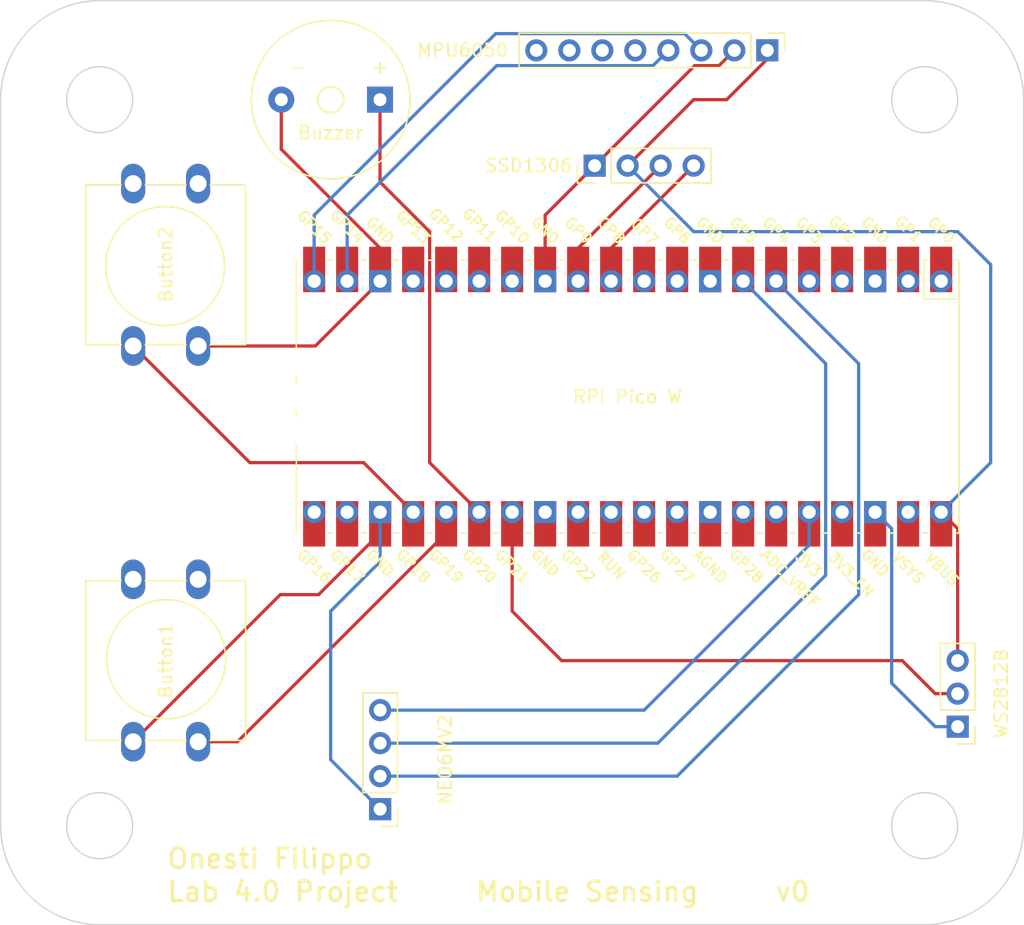
<source format=kicad_pcb>
(kicad_pcb (version 20211014) (generator pcbnew)
  (layers (0 "F.Cu" signal) (31 "B.Cu" signal) (34 "B.Paste" user) (35 "F.Paste" user) (36 "B.SilkS" user "B.Silkscreen") (37 "F.SilkS" user "F.Silkscreen") (38 "B.Mask" user) (39 "F.Mask" user) (44 "Edge.Cuts" user))
  (net 0 "")
  (net 1 "GND")
  (net 2 "5V")
  (net 3 "SCL_DIS")
  (net 4 "SDA_DIS")
  (net 5 "TX")
  (net 6 "RX")
  (net 7 "3.3V")
  (net 8 "SCL_ACC")
  (net 9 "SDA_ACC")
  (net 10 "LED")
  (net 11 "BUT2")
  (net 12 "BUT1")
  (net 13 "BUZZ")
  (footprint "Buzzer_Beeper:Buzzer_12x9.5RM7.6" (layer "F.Cu") (at 100.32 55.88 180)
    (fp_text reference "J6" hide)
    (fp_text value "Buzzer" (at 3.8 -2.54) (layer "F.SilkS"))
    (fp_text user "+" (at 0 2.54) (layer "F.SilkS"))
    (fp_circle (center 3.8 0) (end 9.9 0) (layer "F.SilkS") (width 0.12) (fill none))
    (pad "1" thru_hole rect (at 0 0 180) (size 2 2) (drill 1) (layers *.Cu *.Mask) (net 13 "BUZZ"))
    (pad "2" thru_hole circle (at 7.6 0 180) (size 2 2) (drill 1) (layers *.Cu *.Mask) (net 1 "GND"))
  )
  (footprint "Button_Switch_THT:SW_PUSH-12mm" (layer "F.Cu") (at 86.32 62.34 -90)
    (fp_text reference "J5" hide)
    (fp_text value "Button2" (at 6.24 2.5 90) (layer "F.SilkS"))
    (fp_line (start 0.1 -3.65) (end 12.4 -3.65) (layer "F.SilkS") (width 0.12))
    (fp_line (start 0.1 4.07) (end 0.1 0.93) (layer "F.SilkS") (width 0.12))
    (fp_line (start 12.4 -3.65) (end 12.4 -0.93) (layer "F.SilkS") (width 0.12))
    (fp_line (start 12.4 8.65) (end 0.1 8.65) (layer "F.SilkS") (width 0.12))
    (fp_line (start 0.1 8.65) (end 0.1 5.93) (layer "F.SilkS") (width 0.12))
    (fp_line (start 12.4 0.93) (end 12.4 4.07) (layer "F.SilkS") (width 0.12))
    (fp_line (start 0.1 -0.93) (end 0.1 -3.65) (layer "F.SilkS") (width 0.12))
    (fp_line (start 12.4 5.93) (end 12.4 8.65) (layer "F.SilkS") (width 0.12))
    (fp_circle (center 6.35 2.54) (end 10.16 5.08) (layer "F.SilkS") (width 0.12) (fill none))
    (pad "1" thru_hole oval (at 12.5 0 270) (size 3.048 1.85) (drill 1.3) (layers *.Cu *.Mask) (net 1 "GND"))
    (pad "1" thru_hole oval (at 0 0 270) (size 3.048 1.85) (drill 1.3) (layers *.Cu *.Mask) (net 1 "GND"))
    (pad "2" thru_hole oval (at 0 5 270) (size 3.048 1.85) (drill 1.3) (layers *.Cu *.Mask) (net 12 "BUT1"))
    (pad "2" thru_hole oval (at 12.5 5 270) (size 3.048 1.85) (drill 1.3) (layers *.Cu *.Mask) (net 12 "BUT1"))
  )
  (footprint "MCU_RaspberryPi_and_Boards:RPi_Pico_SMD_TH" (layer "F.Cu") (at 119.38 78.74 -90)
    (fp_text reference "U0" hide)
    (fp_text value "RPI Pico W" (at 0 0 180) (layer "F.SilkS"))
    (fp_text user "GP8" (at -12.8 1.27 135) (layer "F.SilkS") (effects (font (size 0.8 0.8))))
    (fp_text user "GND" (at 12.8 6.35 135) (layer "F.SilkS") (effects (font (size 0.8 0.8))))
    (fp_text user "GP26" (at 13.054 -1.27 135) (layer "F.SilkS") (effects (font (size 0.8 0.8))))
    (fp_text user "GP10" (at -13.054 8.89 135) (layer "F.SilkS") (effects (font (size 0.8 0.8))))
    (fp_text user "GP20" (at 13.054 11.43 135) (layer "F.SilkS") (effects (font (size 0.8 0.8))))
    (fp_text user "GP12" (at -13.2 13.97 135) (layer "F.SilkS") (effects (font (size 0.8 0.8))))
    (fp_text user "GND" (at -12.8 -6.35 135) (layer "F.SilkS") (effects (font (size 0.8 0.8))))
    (fp_text user "GP2" (at -12.9 -16.51 135) (layer "F.SilkS") (effects (font (size 0.8 0.8))))
    (fp_text user "GND" (at -12.8 -19.05 135) (layer "F.SilkS") (effects (font (size 0.8 0.8))))
    (fp_text user "GP21" (at 13.054 8.9 135) (layer "F.SilkS") (effects (font (size 0.8 0.8))))
    (fp_text user "VSYS" (at 13.2 -21.59 135) (layer "F.SilkS") (effects (font (size 0.8 0.8))))
    (fp_text user "GP13" (at -13.054 16.51 135) (layer "F.SilkS") (effects (font (size 0.8 0.8))))
    (fp_text user "ADC_VREF" (at 14 -12.5 135) (layer "F.SilkS") (effects (font (size 0.8 0.8))))
    (fp_text user "GP22" (at 13.054 3.81 135) (layer "F.SilkS") (effects (font (size 0.8 0.8))))
    (fp_text user "GP6" (at -12.8 -3.81 135) (layer "F.SilkS") (effects (font (size 0.8 0.8))))
    (fp_text user "3V3" (at 12.9 -13.9 135) (layer "F.SilkS") (effects (font (size 0.8 0.8))))
    (fp_text user "3V3_EN" (at 13.7 -17.2 135) (layer "F.SilkS") (effects (font (size 0.8 0.8))))
    (fp_text user "GP18" (at 13.054 16.51 135) (layer "F.SilkS") (effects (font (size 0.8 0.8))))
    (fp_text user "GP14" (at -13.1 21.59 135) (layer "F.SilkS") (effects (font (size 0.8 0.8))))
    (fp_text user "GND" (at 12.8 19.05 135) (layer "F.SilkS") (effects (font (size 0.8 0.8))))
    (fp_text user "AGND" (at 13.054 -6.35 135) (layer "F.SilkS") (effects (font (size 0.8 0.8))))
    (fp_text user "GP0" (at -12.8 -24.13 135) (layer "F.SilkS") (effects (font (size 0.8 0.8))))
    (fp_text user "GND" (at -12.8 19.05 135) (layer "F.SilkS") (effects (font (size 0.8 0.8))))
    (fp_text user "GP1" (at -12.9 -21.6 135) (layer "F.SilkS") (effects (font (size 0.8 0.8))))
    (fp_text user "GP5" (at -12.8 -8.89 135) (layer "F.SilkS") (effects (font (size 0.8 0.8))))
    (fp_text user "GP28" (at 13.054 -9.144 135) (layer "F.SilkS") (effects (font (size 0.8 0.8))))
    (fp_text user "GP3" (at -12.8 -13.97 135) (layer "F.SilkS") (effects (font (size 0.8 0.8))))
    (fp_text user "GP4" (at -12.8 -11.43 135) (layer "F.SilkS") (effects (font (size 0.8 0.8))))
    (fp_text user "GND" (at 12.8 -19.05 135) (layer "F.SilkS") (effects (font (size 0.8 0.8))))
    (fp_text user "GP19" (at 13.054 13.97 135) (layer "F.SilkS") (effects (font (size 0.8 0.8))))
    (fp_text user "GND" (at -12.8 6.35 135) (layer "F.SilkS") (effects (font (size 0.8 0.8))))
    (fp_text user "GP9" (at -12.8 3.81 135) (layer "F.SilkS") (effects (font (size 0.8 0.8))))
    (fp_text user "GP16" (at 13.054 24.13 135) (layer "F.SilkS") (effects (font (size 0.8 0.8))))
    (fp_text user "GP7" (at -12.7 -1.3 135) (layer "F.SilkS") (effects (font (size 0.8 0.8))))
    (fp_text user "RUN" (at 13 1.27 135) (layer "F.SilkS") (effects (font (size 0.8 0.8))))
    (fp_text user "GP17" (at 13.054 21.59 135) (layer "F.SilkS") (effects (font (size 0.8 0.8))))
    (fp_text user "VBUS" (at 13.3 -24.2 135) (layer "F.SilkS") (effects (font (size 0.8 0.8))))
    (fp_text user "GP11" (at -13.2 11.43 135) (layer "F.SilkS") (effects (font (size 0.8 0.8))))
    (fp_text user "GP15" (at -13.054 24.13 135) (layer "F.SilkS") (effects (font (size 0.8 0.8))))
    (fp_text user "GP27" (at 13.054 -3.8 135) (layer "F.SilkS") (effects (font (size 0.8 0.8))))
    (fp_line (start -10.5 -23.1) (end -10.5 -22.7) (layer "F.SilkS") (width 0.12))
    (fp_line (start 10.5 2.3) (end 10.5 2.7) (layer "F.SilkS") (width 0.12))
    (fp_line (start -1.5 25.5) (end -1.1 25.5) (layer "F.SilkS") (width 0.12))
    (fp_line (start 10.5 25.5) (end 3.7 25.5) (layer "F.SilkS") (width 0.12))
    (fp_line (start -10.5 17.6) (end -10.5 18) (layer "F.SilkS") (width 0.12))
    (fp_line (start -10.5 -15.4) (end -10.5 -15) (layer "F.SilkS") (width 0.12))
    (fp_line (start -10.5 -25.5) (end -10.5 -25.2) (layer "F.SilkS") (width 0.12))
    (fp_line (start 10.5 -10.4) (end 10.5 -10) (layer "F.SilkS") (width 0.12))
    (fp_line (start -10.5 7.4) (end -10.5 7.8) (layer "F.SilkS") (width 0.12))
    (fp_line (start -10.5 20.1) (end -10.5 20.5) (layer "F.SilkS") (width 0.12))
    (fp_line (start 10.5 7.4) (end 10.5 7.8) (layer "F.SilkS") (width 0.12))
    (fp_line (start -10.5 -18) (end -10.5 -17.6) (layer "F.SilkS") (width 0.12))
    (fp_line (start -10.5 15.1) (end -10.5 15.5) (layer "F.SilkS") (width 0.12))
    (fp_line (start -10.5 -20.5) (end -10.5 -20.1) (layer "F.SilkS") (width 0.12))
    (fp_line (start -10.5 10) (end -10.5 10.4) (layer "F.SilkS") (width 0.12))
    (fp_line (start -10.5 -25.5) (end 10.5 -25.5) (layer "F.SilkS") (width 0.12))
    (fp_line (start 1.1 25.5) (end 1.5 25.5) (layer "F.SilkS") (width 0.12))
    (fp_line (start 10.5 -5.3) (end 10.5 -4.9) (layer "F.SilkS") (width 0.12))
    (fp_line (start -10.5 22.7) (end -10.5 23.1) (layer "F.SilkS") (width 0.12))
    (fp_line (start -10.5 2.3) (end -10.5 2.7) (layer "F.SilkS") (width 0.12))
    (fp_line (start 10.5 15.1) (end 10.5 15.5) (layer "F.SilkS") (width 0.12))
    (fp_line (start -10.5 4.9) (end -10.5 5.3) (layer "F.SilkS") (width 0.12))
    (fp_line (start -7.493 -22.833) (end -7.493 -25.5) (layer "F.SilkS") (width 0.12))
    (fp_line (start -10.5 -2.7) (end -10.5 -2.3) (layer "F.SilkS") (width 0.12))
    (fp_line (start 10.5 -2.7) (end 10.5 -2.3) (layer "F.SilkS") (width 0.12))
    (fp_line (start 10.5 -7.8) (end 10.5 -7.4) (layer "F.SilkS") (width 0.12))
    (fp_line (start 10.5 -23.1) (end 10.5 -22.7) (layer "F.SilkS") (width 0.12))
    (fp_line (start 10.5 12.5) (end 10.5 12.9) (layer "F.SilkS") (width 0.12))
    (fp_line (start -10.5 -12.9) (end -10.5 -12.5) (layer "F.SilkS") (width 0.12))
    (fp_line (start -3.7 25.5) (end -10.5 25.5) (layer "F.SilkS") (width 0.12))
    (fp_line (start -10.5 -5.3) (end -10.5 -4.9) (layer "F.SilkS") (width 0.12))
    (fp_line (start 10.5 20.1) (end 10.5 20.5) (layer "F.SilkS") (width 0.12))
    (fp_line (start 10.5 -20.5) (end 10.5 -20.1) (layer "F.SilkS") (width 0.12))
    (fp_line (start 10.5 4.9) (end 10.5 5.3) (layer "F.SilkS") (width 0.12))
    (fp_line (start 10.5 -15.4) (end 10.5 -15) (layer "F.SilkS") (width 0.12))
    (fp_line (start 10.5 10) (end 10.5 10.4) (layer "F.SilkS") (width 0.12))
    (fp_line (start 10.5 -12.9) (end 10.5 -12.5) (layer "F.SilkS") (width 0.12))
    (fp_line (start 10.5 -0.2) (end 10.5 0.2) (layer "F.SilkS") (width 0.12))
    (fp_line (start -10.5 -10.4) (end -10.5 -10) (layer "F.SilkS") (width 0.12))
    (fp_line (start -10.5 -0.2) (end -10.5 0.2) (layer "F.SilkS") (width 0.12))
    (fp_line (start 10.5 22.7) (end 10.5 23.1) (layer "F.SilkS") (width 0.12))
    (fp_line (start 10.5 -18) (end 10.5 -17.6) (layer "F.SilkS") (width 0.12))
    (fp_line (start -10.5 -22.833) (end -7.493 -22.833) (layer "F.SilkS") (width 0.12))
    (fp_line (start 10.5 -25.5) (end 10.5 -25.2) (layer "F.SilkS") (width 0.12))
    (fp_line (start 10.5 17.6) (end 10.5 18) (layer "F.SilkS") (width 0.12))
    (fp_line (start -10.5 12.5) (end -10.5 12.9) (layer "F.SilkS") (width 0.12))
    (fp_line (start -10.5 -7.8) (end -10.5 -7.4) (layer "F.SilkS") (width 0.12))
    (pad "1" thru_hole oval (at -8.89 -24.13 270) (size 1.7 1.7) (drill 1.02) (layers *.Cu *.Mask))
    (pad "1" smd rect (at -8.89 -24.13 270) (size 3.5 1.7) (drill (offset -0.9 0)) (layers "F.Cu" "F.Mask"))
    (pad "2" smd rect (at -8.89 -21.59 270) (size 3.5 1.7) (drill (offset -0.9 0)) (layers "F.Cu" "F.Mask"))
    (pad "2" thru_hole oval (at -8.89 -21.59 270) (size 1.7 1.7) (drill 1.02) (layers *.Cu *.Mask))
    (pad "3" thru_hole rect (at -8.89 -19.05 270) (size 1.7 1.7) (drill 1.02) (layers *.Cu *.Mask) (net 1 "GND"))
    (pad "3" smd rect (at -8.89 -19.05 270) (size 3.5 1.7) (drill (offset -0.9 0)) (layers "F.Cu" "F.Mask") (net 1 "GND"))
    (pad "4" smd rect (at -8.89 -16.51 270) (size 3.5 1.7) (drill (offset -0.9 0)) (layers "F.Cu" "F.Mask"))
    (pad "4" thru_hole oval (at -8.89 -16.51 270) (size 1.7 1.7) (drill 1.02) (layers *.Cu *.Mask))
    (pad "5" smd rect (at -8.89 -13.97 270) (size 3.5 1.7) (drill (offset -0.9 0)) (layers "F.Cu" "F.Mask"))
    (pad "5" thru_hole oval (at -8.89 -13.97 270) (size 1.7 1.7) (drill 1.02) (layers *.Cu *.Mask))
    (pad "6" smd rect (at -8.89 -11.43 270) (size 3.5 1.7) (drill (offset -0.9 0)) (layers "F.Cu" "F.Mask") (net 5 "TX"))
    (pad "6" thru_hole oval (at -8.89 -11.43 270) (size 1.7 1.7) (drill 1.02) (layers *.Cu *.Mask) (net 5 "TX"))
    (pad "7" thru_hole oval (at -8.89 -8.89 270) (size 1.7 1.7) (drill 1.02) (layers *.Cu *.Mask) (net 6 "RX"))
    (pad "7" smd rect (at -8.89 -8.89 270) (size 3.5 1.7) (drill (offset -0.9 0)) (layers "F.Cu" "F.Mask") (net 6 "RX"))
    (pad "8" thru_hole rect (at -8.89 -6.35 270) (size 1.7 1.7) (drill 1.02) (layers *.Cu *.Mask) (net 1 "GND"))
    (pad "8" smd rect (at -8.89 -6.35 270) (size 3.5 1.7) (drill (offset -0.9 0)) (layers "F.Cu" "F.Mask") (net 1 "GND"))
    (pad "9" thru_hole oval (at -8.89 -3.81 270) (size 1.7 1.7) (drill 1.02) (layers *.Cu *.Mask))
    (pad "9" smd rect (at -8.89 -3.81 270) (size 3.5 1.7) (drill (offset -0.9 0)) (layers "F.Cu" "F.Mask"))
    (pad "10" smd rect (at -8.89 -1.27 270) (size 3.5 1.7) (drill (offset -0.9 0)) (layers "F.Cu" "F.Mask"))
    (pad "10" thru_hole oval (at -8.89 -1.27 270) (size 1.7 1.7) (drill 1.02) (layers *.Cu *.Mask))
    (pad "11" smd rect (at -8.89 1.27 270) (size 3.5 1.7) (drill (offset -0.9 0)) (layers "F.Cu" "F.Mask") (net 4 "SDA_DIS"))
    (pad "11" thru_hole oval (at -8.89 1.27 270) (size 1.7 1.7) (drill 1.02) (layers *.Cu *.Mask) (net 4 "SDA_DIS"))
    (pad "12" thru_hole oval (at -8.89 3.81 270) (size 1.7 1.7) (drill 1.02) (layers *.Cu *.Mask) (net 3 "SCL_DIS"))
    (pad "12" smd rect (at -8.89 3.81 270) (size 3.5 1.7) (drill (offset -0.9 0)) (layers "F.Cu" "F.Mask") (net 3 "SCL_DIS"))
    (pad "13" thru_hole rect (at -8.89 6.35 270) (size 1.7 1.7) (drill 1.02) (layers *.Cu *.Mask) (net 1 "GND"))
    (pad "13" smd rect (at -8.89 6.35 270) (size 3.5 1.7) (drill (offset -0.9 0)) (layers "F.Cu" "F.Mask") (net 1 "GND"))
    (pad "14" thru_hole oval (at -8.89 8.89 270) (size 1.7 1.7) (drill 1.02) (layers *.Cu *.Mask))
    (pad "14" smd rect (at -8.89 8.89 270) (size 3.5 1.7) (drill (offset -0.9 0)) (layers "F.Cu" "F.Mask"))
    (pad "15" thru_hole oval (at -8.89 11.43 270) (size 1.7 1.7) (drill 1.02) (layers *.Cu *.Mask))
    (pad "15" smd rect (at -8.89 11.43 270) (size 3.5 1.7) (drill (offset -0.9 0)) (layers "F.Cu" "F.Mask"))
    (pad "16" smd rect (at -8.89 13.97 270) (size 3.5 1.7) (drill (offset -0.9 0)) (layers "F.Cu" "F.Mask"))
    (pad "16" thru_hole oval (at -8.89 13.97 270) (size 1.7 1.7) (drill 1.02) (layers *.Cu *.Mask))
    (pad "17" thru_hole oval (at -8.89 16.51 270) (size 1.7 1.7) (drill 1.02) (layers *.Cu *.Mask))
    (pad "17" smd rect (at -8.89 16.51 270) (size 3.5 1.7) (drill (offset -0.9 0)) (layers "F.Cu" "F.Mask"))
    (pad "18" smd rect (at -8.89 19.05 270) (size 3.5 1.7) (drill (offset -0.9 0)) (layers "F.Cu" "F.Mask") (net 1 "GND"))
    (pad "18" thru_hole rect (at -8.89 19.05 270) (size 1.7 1.7) (drill 1.02) (layers *.Cu *.Mask) (net 1 "GND"))
    (pad "19" smd rect (at -8.89 21.59 270) (size 3.5 1.7) (drill (offset -0.9 0)) (layers "F.Cu" "F.Mask") (net 9 "SDA_ACC"))
    (pad "19" thru_hole oval (at -8.89 21.59 270) (size 1.7 1.7) (drill 1.02) (layers *.Cu *.Mask) (net 9 "SDA_ACC"))
    (pad "20" smd rect (at -8.89 24.13 270) (size 3.5 1.7) (drill (offset -0.9 0)) (layers "F.Cu" "F.Mask") (net 8 "SCL_ACC"))
    (pad "20" thru_hole oval (at -8.89 24.13 270) (size 1.7 1.7) (drill 1.02) (layers *.Cu *.Mask) (net 8 "SCL_ACC"))
    (pad "21" smd rect (at 8.89 24.13 270) (size 3.5 1.7) (drill (offset 0.9 0)) (layers "F.Cu" "F.Mask"))
    (pad "21" thru_hole oval (at 8.89 24.13 270) (size 1.7 1.7) (drill 1.02) (layers *.Cu *.Mask))
    (pad "22" thru_hole oval (at 8.89 21.59 270) (size 1.7 1.7) (drill 1.02) (layers *.Cu *.Mask))
    (pad "22" smd rect (at 8.89 21.59 270) (size 3.5 1.7) (drill (offset 0.9 0)) (layers "F.Cu" "F.Mask"))
    (pad "23" smd rect (at 8.89 19.05 270) (size 3.5 1.7) (drill (offset 0.9 0)) (layers "F.Cu" "F.Mask") (net 1 "GND"))
    (pad "23" thru_hole rect (at 8.89 19.05 270) (size 1.7 1.7) (drill 1.02) (layers *.Cu *.Mask) (net 1 "GND"))
    (pad "24" thru_hole oval (at 8.89 16.51 270) (size 1.7 1.7) (drill 1.02) (layers *.Cu *.Mask) (net 12 "BUT1"))
    (pad "24" smd rect (at 8.89 16.51 270) (size 3.5 1.7) (drill (offset 0.9 0)) (layers "F.Cu" "F.Mask") (net 12 "BUT1"))
    (pad "25" smd rect (at 8.89 13.97 270) (size 3.5 1.7) (drill (offset 0.9 0)) (layers "F.Cu" "F.Mask") (net 11 "BUT2"))
    (pad "25" thru_hole oval (at 8.89 13.97 270) (size 1.7 1.7) (drill 1.02) (layers *.Cu *.Mask) (net 11 "BUT2"))
    (pad "26" thru_hole oval (at 8.89 11.43 270) (size 1.7 1.7) (drill 1.02) (layers *.Cu *.Mask) (net 13 "BUZZ"))
    (pad "26" smd rect (at 8.89 11.43 270) (size 3.5 1.7) (drill (offset 0.9 0)) (layers "F.Cu" "F.Mask") (net 13 "BUZZ"))
    (pad "27" smd rect (at 8.89 8.89 270) (size 3.5 1.7) (drill (offset 0.9 0)) (layers "F.Cu" "F.Mask") (net 10 "LED"))
    (pad "27" thru_hole oval (at 8.89 8.89 270) (size 1.7 1.7) (drill 1.02) (layers *.Cu *.Mask) (net 10 "LED"))
    (pad "28" smd rect (at 8.89 6.35 270) (size 3.5 1.7) (drill (offset 0.9 0)) (layers "F.Cu" "F.Mask") (net 1 "GND"))
    (pad "28" thru_hole rect (at 8.89 6.35 270) (size 1.7 1.7) (drill 1.02) (layers *.Cu *.Mask) (net 1 "GND"))
    (pad "29" thru_hole oval (at 8.89 3.81 270) (size 1.7 1.7) (drill 1.02) (layers *.Cu *.Mask))
    (pad "29" smd rect (at 8.89 3.81 270) (size 3.5 1.7) (drill (offset 0.9 0)) (layers "F.Cu" "F.Mask"))
    (pad "30" smd rect (at 8.89 1.27 270) (size 3.5 1.7) (drill (offset 0.9 0)) (layers "F.Cu" "F.Mask"))
    (pad "30" thru_hole oval (at 8.89 1.27 270) (size 1.7 1.7) (drill 1.02) (layers *.Cu *.Mask))
    (pad "31" thru_hole oval (at 8.89 -1.27 270) (size 1.7 1.7) (drill 1.02) (layers *.Cu *.Mask))
    (pad "31" smd rect (at 8.89 -1.27 270) (size 3.5 1.7) (drill (offset 0.9 0)) (layers "F.Cu" "F.Mask"))
    (pad "32" thru_hole oval (at 8.89 -3.81 270) (size 1.7 1.7) (drill 1.02) (layers *.Cu *.Mask))
    (pad "32" smd rect (at 8.89 -3.81 270) (size 3.5 1.7) (drill (offset 0.9 0)) (layers "F.Cu" "F.Mask"))
    (pad "33" smd rect (at 8.89 -6.35 270) (size 3.5 1.7) (drill (offset 0.9 0)) (layers "F.Cu" "F.Mask"))
    (pad "33" thru_hole rect (at 8.89 -6.35 270) (size 1.7 1.7) (drill 1.02) (layers *.Cu *.Mask))
    (pad "34" thru_hole oval (at 8.89 -8.89 270) (size 1.7 1.7) (drill 1.02) (layers *.Cu *.Mask))
    (pad "34" smd rect (at 8.89 -8.89 270) (size 3.5 1.7) (drill (offset 0.9 0)) (layers "F.Cu" "F.Mask"))
    (pad "35" thru_hole oval (at 8.89 -11.43 270) (size 1.7 1.7) (drill 1.02) (layers *.Cu *.Mask))
    (pad "35" smd rect (at 8.89 -11.43 270) (size 3.5 1.7) (drill (offset 0.9 0)) (layers "F.Cu" "F.Mask"))
    (pad "36" smd rect (at 8.89 -13.97 270) (size 3.5 1.7) (drill (offset 0.9 0)) (layers "F.Cu" "F.Mask") (net 7 "3.3V"))
    (pad "36" thru_hole oval (at 8.89 -13.97 270) (size 1.7 1.7) (drill 1.02) (layers *.Cu *.Mask) (net 7 "3.3V"))
    (pad "37" thru_hole oval (at 8.89 -16.51 270) (size 1.7 1.7) (drill 1.02) (layers *.Cu *.Mask))
    (pad "37" smd rect (at 8.89 -16.51 270) (size 3.5 1.7) (drill (offset 0.9 0)) (layers "F.Cu" "F.Mask"))
    (pad "38" thru_hole rect (at 8.89 -19.05 270) (size 1.7 1.7) (drill 1.02) (layers *.Cu *.Mask) (net 1 "GND"))
    (pad "38" smd rect (at 8.89 -19.05 270) (size 3.5 1.7) (drill (offset 0.9 0)) (layers "F.Cu" "F.Mask") (net 1 "GND"))
    (pad "39" smd rect (at 8.89 -21.59 270) (size 3.5 1.7) (drill (offset 0.9 0)) (layers "F.Cu" "F.Mask"))
    (pad "39" thru_hole oval (at 8.89 -21.59 270) (size 1.7 1.7) (drill 1.02) (layers *.Cu *.Mask))
    (pad "40" smd rect (at 8.89 -24.13 270) (size 3.5 1.7) (drill (offset 0.9 0)) (layers "F.Cu" "F.Mask") (net 2 "5V"))
    (pad "40" thru_hole oval (at 8.89 -24.13 270) (size 1.7 1.7) (drill 1.02) (layers *.Cu *.Mask) (net 2 "5V"))
  )
  (footprint "Button_Switch_THT:SW_PUSH-12mm" (layer "F.Cu") (at 81.32 105.3 90)
    (fp_text reference "J4" hide)
    (fp_text value "Button1" (at 6.24 2.5 90) (layer "F.SilkS"))
    (fp_line (start 12.4 5.93) (end 12.4 8.65) (layer "F.SilkS") (width 0.12))
    (fp_line (start 0.1 -0.93) (end 0.1 -3.65) (layer "F.SilkS") (width 0.12))
    (fp_line (start 0.1 4.07) (end 0.1 0.93) (layer "F.SilkS") (width 0.12))
    (fp_line (start 0.1 8.65) (end 0.1 5.93) (layer "F.SilkS") (width 0.12))
    (fp_line (start 12.4 0.93) (end 12.4 4.07) (layer "F.SilkS") (width 0.12))
    (fp_line (start 0.1 -3.65) (end 12.4 -3.65) (layer "F.SilkS") (width 0.12))
    (fp_line (start 12.4 8.65) (end 0.1 8.65) (layer "F.SilkS") (width 0.12))
    (fp_line (start 12.4 -3.65) (end 12.4 -0.93) (layer "F.SilkS") (width 0.12))
    (fp_circle (center 6.35 2.54) (end 10.16 5.08) (layer "F.SilkS") (width 0.12) (fill none))
    (pad "1" thru_hole oval (at 12.5 0 90) (size 3.048 1.85) (drill 1.3) (layers *.Cu *.Mask) (net 1 "GND"))
    (pad "1" thru_hole oval (at 0 0 90) (size 3.048 1.85) (drill 1.3) (layers *.Cu *.Mask) (net 1 "GND"))
    (pad "2" thru_hole oval (at 0 5 90) (size 3.048 1.85) (drill 1.3) (layers *.Cu *.Mask) (net 11 "BUT2"))
    (pad "2" thru_hole oval (at 12.5 5 90) (size 3.048 1.85) (drill 1.3) (layers *.Cu *.Mask) (net 11 "BUT2"))
  )
  (footprint "Connector_PinHeader_2.54mm:PinHeader_1x03_P2.54mm_Vertical" (layer "F.Cu") (at 144.78 104.14 180)
    (fp_text reference "J3" hide)
    (fp_text value "WS2812B" (at -3.355 2.54 90) (layer "F.SilkS"))
    (fp_line (start 1.33 1.27) (end 1.33 6.41) (layer "F.SilkS") (width 0.12))
    (fp_line (start -1.33 1.27) (end 1.33 1.27) (layer "F.SilkS") (width 0.12))
    (fp_line (start -1.33 0) (end -1.33 -1.33) (layer "F.SilkS") (width 0.12))
    (fp_line (start -1.33 6.41) (end 1.33 6.41) (layer "F.SilkS") (width 0.12))
    (fp_line (start -1.33 -1.33) (end 0 -1.33) (layer "F.SilkS") (width 0.12))
    (fp_line (start -1.33 1.27) (end -1.33 6.41) (layer "F.SilkS") (width 0.12))
    (pad "1" thru_hole rect (at 0 0 180) (size 1.7 1.7) (drill 1) (layers *.Cu *.Mask) (net 1 "GND"))
    (pad "2" thru_hole oval (at 0 2.54 180) (size 1.7 1.7) (drill 1) (layers *.Cu *.Mask) (net 10 "LED"))
    (pad "3" thru_hole oval (at 0 5.08 180) (size 1.7 1.7) (drill 1) (layers *.Cu *.Mask) (net 2 "5V"))
  )
  (footprint "Connector_PinHeader_2.54mm:PinHeader_1x04_P2.54mm_Vertical" (layer "F.Cu") (at 116.84 60.96 90)
    (fp_text reference "J0" hide)
    (fp_text value "SSD1306" (at 0 -5.08) (layer "F.SilkS"))
    (fp_line (start 1.33 1.27) (end 1.33 8.95) (layer "F.SilkS") (width 0.12))
    (fp_line (start -1.33 -1.33) (end 0 -1.33) (layer "F.SilkS") (width 0.12))
    (fp_line (start -1.33 1.27) (end 1.33 1.27) (layer "F.SilkS") (width 0.12))
    (fp_line (start -1.33 8.95) (end 1.33 8.95) (layer "F.SilkS") (width 0.12))
    (fp_line (start -1.33 1.27) (end -1.33 8.95) (layer "F.SilkS") (width 0.12))
    (fp_line (start -1.33 0) (end -1.33 -1.33) (layer "F.SilkS") (width 0.12))
    (pad "1" thru_hole rect (at 0 0 90) (size 1.7 1.7) (drill 1) (layers *.Cu *.Mask) (net 1 "GND"))
    (pad "2" thru_hole oval (at 0 2.54 90) (size 1.7 1.7) (drill 1) (layers *.Cu *.Mask) (net 2 "5V"))
    (pad "3" thru_hole oval (at 0 5.08 90) (size 1.7 1.7) (drill 1) (layers *.Cu *.Mask) (net 3 "SCL_DIS"))
    (pad "4" thru_hole oval (at 0 7.62 90) (size 1.7 1.7) (drill 1) (layers *.Cu *.Mask) (net 4 "SDA_DIS"))
  )
  (footprint "Connector_PinHeader_2.54mm:PinHeader_1x08_P2.54mm_Vertical" (layer "F.Cu") (at 130.13 52.0875 -90)
    (fp_text reference "J2" hide)
    (fp_text value "MPU6050" (at 0 23.45 180) (layer "F.SilkS"))
    (fp_line (start -1.33 1.27) (end 1.33 1.27) (layer "F.SilkS") (width 0.12))
    (fp_line (start -1.33 1.27) (end -1.33 19.11) (layer "F.SilkS") (width 0.12))
    (fp_line (start -1.33 19.11) (end 1.33 19.11) (layer "F.SilkS") (width 0.12))
    (fp_line (start 1.33 1.27) (end 1.33 19.11) (layer "F.SilkS") (width 0.12))
    (fp_line (start -1.33 -1.33) (end 0 -1.33) (layer "F.SilkS") (width 0.12))
    (fp_line (start -1.33 0) (end -1.33 -1.33) (layer "F.SilkS") (width 0.12))
    (pad "1" thru_hole rect (at 0 0 270) (size 1.7 1.7) (drill 1) (layers *.Cu *.Mask) (net 2 "5V"))
    (pad "2" thru_hole oval (at 0 2.54 270) (size 1.7 1.7) (drill 1) (layers *.Cu *.Mask) (net 1 "GND"))
    (pad "3" thru_hole oval (at 0 5.08 270) (size 1.7 1.7) (drill 1) (layers *.Cu *.Mask) (net 8 "SCL_ACC"))
    (pad "4" thru_hole oval (at 0 7.62 270) (size 1.7 1.7) (drill 1) (layers *.Cu *.Mask) (net 9 "SDA_ACC"))
    (pad "5" thru_hole oval (at 0 10.16 270) (size 1.7 1.7) (drill 1) (layers *.Cu *.Mask))
    (pad "6" thru_hole oval (at 0 12.7 270) (size 1.7 1.7) (drill 1) (layers *.Cu *.Mask))
    (pad "7" thru_hole oval (at 0 15.24 270) (size 1.7 1.7) (drill 1) (layers *.Cu *.Mask))
    (pad "8" thru_hole oval (at 0 17.78 270) (size 1.7 1.7) (drill 1) (layers *.Cu *.Mask))
  )
  (footprint "Connector_PinHeader_2.54mm:PinHeader_1x04_P2.54mm_Vertical" (layer "F.Cu") (at 100.33 110.49 180)
    (fp_text reference "J1" hide)
    (fp_text value "NEO6MV2" (at -5.01 3.8 90) (layer "F.SilkS"))
    (fp_line (start -1.33 -1.33) (end 0 -1.33) (layer "F.SilkS") (width 0.12))
    (fp_line (start -1.33 8.95) (end 1.33 8.95) (layer "F.SilkS") (width 0.12))
    (fp_line (start -1.33 1.27) (end 1.33 1.27) (layer "F.SilkS") (width 0.12))
    (fp_line (start -1.33 0) (end -1.33 -1.33) (layer "F.SilkS") (width 0.12))
    (fp_line (start -1.33 1.27) (end -1.33 8.95) (layer "F.SilkS") (width 0.12))
    (fp_line (start 1.33 1.27) (end 1.33 8.95) (layer "F.SilkS") (width 0.12))
    (pad "1" thru_hole rect (at 0 0 180) (size 1.7 1.7) (drill 1) (layers *.Cu *.Mask) (net 1 "GND"))
    (pad "2" thru_hole oval (at 0 2.54 180) (size 1.7 1.7) (drill 1) (layers *.Cu *.Mask) (net 5 "TX"))
    (pad "3" thru_hole oval (at 0 5.08 180) (size 1.7 1.7) (drill 1) (layers *.Cu *.Mask) (net 6 "RX"))
    (pad "4" thru_hole oval (at 0 7.62 180) (size 1.7 1.7) (drill 1) (layers *.Cu *.Mask) (net 7 "3.3V"))
  )
  (gr_circle (center 96.52 55.88) (end 95.52 55.88) (layer "F.SilkS") (width 0.15) (fill none))
  (gr_arc (start 142.24 48.26) (mid 147.628154 50.491846) (end 149.86 55.88) (layer "Edge.Cuts") (width 0.1))
  (gr_circle (center 78.74 111.76) (end 81.28 111.76) (layer "Edge.Cuts") (width 0.1) (fill none))
  (gr_line (start 78.74 48.26) (end 142.24 48.26) (layer "Edge.Cuts") (width 0.1))
  (gr_arc (start 78.74 119.38) (mid 73.351846 117.148154) (end 71.12 111.76) (layer "Edge.Cuts") (width 0.1))
  (gr_line (start 71.12 111.76) (end 71.12 55.88) (layer "Edge.Cuts") (width 0.1))
  (gr_circle (center 142.24 111.76) (end 144.78 111.76) (layer "Edge.Cuts") (width 0.1) (fill none))
  (gr_circle (center 142.24 55.88) (end 144.78 55.88) (layer "Edge.Cuts") (width 0.1) (fill none))
  (gr_line (start 142.24 119.38) (end 78.74 119.38) (layer "Edge.Cuts") (width 0.1))
  (gr_arc (start 149.86 111.76) (mid 147.628154 117.148154) (end 142.24 119.38) (layer "Edge.Cuts") (width 0.1))
  (gr_arc (start 71.12 55.88) (mid 73.351846 50.491846) (end 78.74 48.26) (layer "Edge.Cuts") (width 0.1))
  (gr_line (start 149.86 55.88) (end 149.86 111.76) (layer "Edge.Cuts") (width 0.1))
  (gr_circle (center 78.74 55.88) (end 81.28 55.88) (layer "Edge.Cuts") (width 0.1) (fill none))
  (gr_text "Mobile Sensing " (at 116.84 116.84) (layer "F.SilkS") (effects (font (size 1.5 1.5) (thickness 0.25))))
  (gr_text "Lab 4.0 Project" (at 83.82 116.84) (layer "F.SilkS") (effects (font (size 1.5 1.5) (thickness 0.25)) (justify left)))
  (gr_text "Onesti Filippo" (at 83.82 114.3) (layer "F.SilkS") (effects (font (size 1.5 1.5) (thickness 0.25)) (justify left)))
  (gr_text "v0" (at 132.08 116.84) (layer "F.SilkS") (effects (font (size 1.5 1.5) (thickness 0.25))))
  (gr_text "-" (at 93.98 53.34) (layer "F.SilkS") (effects (font (size 1 1))))
  (segment (start 116.84 60.96) (end 124.5375 53.2625) (width 0.25) (layer "F.Cu") (net 1))
  (segment (start 100.33 87.63) (end 100.33 89.24) (width 0.25) (layer "F.Cu") (net 1))
  (segment (start 92.72 59.7) (end 100.33 67.31) (width 0.25) (layer "F.Cu") (net 1))
  (segment (start 86.32 74.84) (end 95.34 74.84) (width 0.25) (layer "F.Cu") (net 1))
  (segment (start 116.84 60.96) (end 113.03 64.77) (width 0.25) (layer "F.Cu") (net 1))
  (segment (start 87.72 74.84) (end 86.32 74.84) (width 0.25) (layer "F.Cu") (net 1))
  (segment (start 95.34 74.84) (end 100.33 69.85) (width 0.25) (layer "F.Cu") (net 1))
  (segment (start 113.03 64.77) (end 113.03 69.85) (width 0.25) (layer "F.Cu") (net 1))
  (segment (start 92.64 93.98) (end 95.59 93.98) (width 0.25) (layer "F.Cu") (net 1))
  (segment (start 81.32 105.3) (end 92.64 93.98) (width 0.25) (layer "F.Cu") (net 1))
  (segment (start 92.72 55.88) (end 92.72 59.7) (width 0.25) (layer "F.Cu") (net 1))
  (segment (start 124.5375 53.2625) (end 126.415 53.2625) (width 0.25) (layer "F.Cu") (net 1))
  (segment (start 100.33 67.31) (end 100.33 69.85) (width 0.25) (layer "F.Cu") (net 1))
  (segment (start 126.415 53.2625) (end 127.59 52.0875) (width 0.25) (layer "F.Cu") (net 1))
  (segment (start 100.33 89.24) (end 95.59 93.98) (width 0.25) (layer "F.Cu") (net 1))
  (segment (start 96.52 106.68) (end 96.52 95.25) (width 0.25) (layer "B.Cu") (net 1))
  (segment (start 139.7 100.785) (end 139.7 88.9) (width 0.25) (layer "B.Cu") (net 1))
  (segment (start 100.33 91.44) (end 100.33 87.63) (width 0.25) (layer "B.Cu") (net 1))
  (segment (start 144.78 104.14) (end 143.055 104.14) (width 0.25) (layer "B.Cu") (net 1))
  (segment (start 143.055 104.14) (end 139.7 100.785) (width 0.25) (layer "B.Cu") (net 1))
  (segment (start 96.52 95.25) (end 100.33 91.44) (width 0.25) (layer "B.Cu") (net 1))
  (segment (start 100.33 110.49) (end 96.52 106.68) (width 0.25) (layer "B.Cu") (net 1))
  (segment (start 139.7 88.9) (end 138.43 87.63) (width 0.25) (layer "B.Cu") (net 1))
  (segment (start 144.78 88.9) (end 143.51 87.63) (width 0.25) (layer "F.Cu") (net 2))
  (segment (start 144.78 99.06) (end 144.78 88.9) (width 0.25) (layer "F.Cu") (net 2))
  (segment (start 130.13 52.75) (end 130.13 52.0875) (width 0.25) (layer "F.Cu") (net 2))
  (segment (start 119.38 60.96) (end 124.46 55.88) (width 0.25) (layer "F.Cu") (net 2))
  (segment (start 129.4425 52.0875) (end 130.13 52.0875) (width 0.25) (layer "F.Cu") (net 2))
  (segment (start 127 55.88) (end 130.13 52.75) (width 0.25) (layer "F.Cu") (net 2))
  (segment (start 124.46 55.88) (end 127 55.88) (width 0.25) (layer "F.Cu") (net 2))
  (segment (start 124.46 66.04) (end 144.78 66.04) (width 0.25) (layer "B.Cu") (net 2))
  (segment (start 119.38 60.96) (end 124.46 66.04) (width 0.25) (layer "B.Cu") (net 2))
  (segment (start 147.32 83.82) (end 143.51 87.63) (width 0.25) (layer "B.Cu") (net 2))
  (segment (start 147.32 68.58) (end 147.32 83.82) (width 0.25) (layer "B.Cu") (net 2))
  (segment (start 144.78 66.04) (end 147.32 68.58) (width 0.25) (layer "B.Cu") (net 2))
  (segment (start 115.57 67.31) (end 115.57 69.85) (width 0.25) (layer "F.Cu") (net 3))
  (segment (start 121.92 60.96) (end 115.57 67.31) (width 0.25) (layer "F.Cu") (net 3))
  (segment (start 118.11 67.31) (end 118.11 69.85) (width 0.25) (layer "F.Cu") (net 4))
  (segment (start 124.46 60.96) (end 118.11 67.31) (width 0.25) (layer "F.Cu") (net 4))
  (segment (start 123.19 107.95) (end 100.33 107.95) (width 0.25) (layer "B.Cu") (net 5))
  (segment (start 130.81 69.85) (end 137.16 76.2) (width 0.25) (layer "B.Cu") (net 5))
  (segment (start 137.16 76.2) (end 137.16 93.98) (width 0.25) (layer "B.Cu") (net 5))
  (segment (start 137.16 93.98) (end 123.19 107.95) (width 0.25) (layer "B.Cu") (net 5))
  (segment (start 134.62 76.2) (end 128.27 69.85) (width 0.25) (layer "B.Cu") (net 6))
  (segment (start 134.62 92.490425) (end 134.62 76.2) (width 0.25) (layer "B.Cu") (net 6))
  (segment (start 121.700425 105.41) (end 134.62 92.490425) (width 0.25) (layer "B.Cu") (net 6))
  (segment (start 100.33 105.41) (end 121.700425 105.41) (width 0.25) (layer "B.Cu") (net 6))
  (segment (start 120.65 102.87) (end 133.35 90.17) (width 0.25) (layer "B.Cu") (net 7))
  (segment (start 133.35 90.17) (end 133.35 87.63) (width 0.25) (layer "B.Cu") (net 7))
  (segment (start 100.33 102.87) (end 120.65 102.87) (width 0.25) (layer "B.Cu") (net 7))
  (segment (start 109.22 50.8) (end 95.25 64.77) (width 0.25) (layer "B.Cu") (net 8))
  (segment (start 123.7625 50.8) (end 109.22 50.8) (width 0.25) (layer "B.Cu") (net 8))
  (segment (start 95.25 64.77) (end 95.25 69.85) (width 0.25) (layer "B.Cu") (net 8))
  (segment (start 125.05 52.0875) (end 123.7625 50.8) (width 0.25) (layer "B.Cu") (net 8))
  (segment (start 122.51 52.0875) (end 121.335 53.2625) (width 0.25) (layer "B.Cu") (net 9))
  (segment (start 109.2975 53.2625) (end 97.79 64.77) (width 0.25) (layer "B.Cu") (net 9))
  (segment (start 97.79 64.77) (end 97.79 69.85) (width 0.25) (layer "B.Cu") (net 9))
  (segment (start 121.335 53.2625) (end 109.2975 53.2625) (width 0.25) (layer "B.Cu") (net 9))
  (segment (start 143.055 101.6) (end 140.515 99.06) (width 0.25) (layer "F.Cu") (net 10))
  (segment (start 144.78 101.6) (end 143.055 101.6) (width 0.25) (layer "F.Cu") (net 10))
  (segment (start 140.515 99.06) (end 114.3 99.06) (width 0.25) (layer "F.Cu") (net 10))
  (segment (start 110.49 95.25) (end 110.49 87.63) (width 0.25) (layer "F.Cu") (net 10))
  (segment (start 114.3 99.06) (end 110.49 95.25) (width 0.25) (layer "F.Cu") (net 10))
  (segment (start 105.41 89.24) (end 89.35 105.3) (width 0.25) (layer "F.Cu") (net 11))
  (segment (start 89.35 105.3) (end 86.32 105.3) (width 0.25) (layer "F.Cu") (net 11))
  (segment (start 105.41 87.63) (end 105.41 89.24) (width 0.25) (layer "F.Cu") (net 11))
  (segment (start 99.06 83.82) (end 102.87 87.63) (width 0.25) (layer "F.Cu") (net 12))
  (segment (start 90.3 83.82) (end 99.06 83.82) (width 0.25) (layer "F.Cu") (net 12))
  (segment (start 81.32 74.84) (end 90.3 83.82) (width 0.25) (layer "F.Cu") (net 12))
  (segment (start 104.14 83.82) (end 107.95 87.63) (width 0.25) (layer "F.Cu") (net 13))
  (segment (start 100.32 62.22) (end 104.14 66.04) (width 0.25) (layer "F.Cu") (net 13))
  (segment (start 100.32 55.88) (end 100.32 62.22) (width 0.25) (layer "F.Cu") (net 13))
  (segment (start 104.14 66.04) (end 104.14 83.82) (width 0.25) (layer "F.Cu") (net 13))
)
</source>
